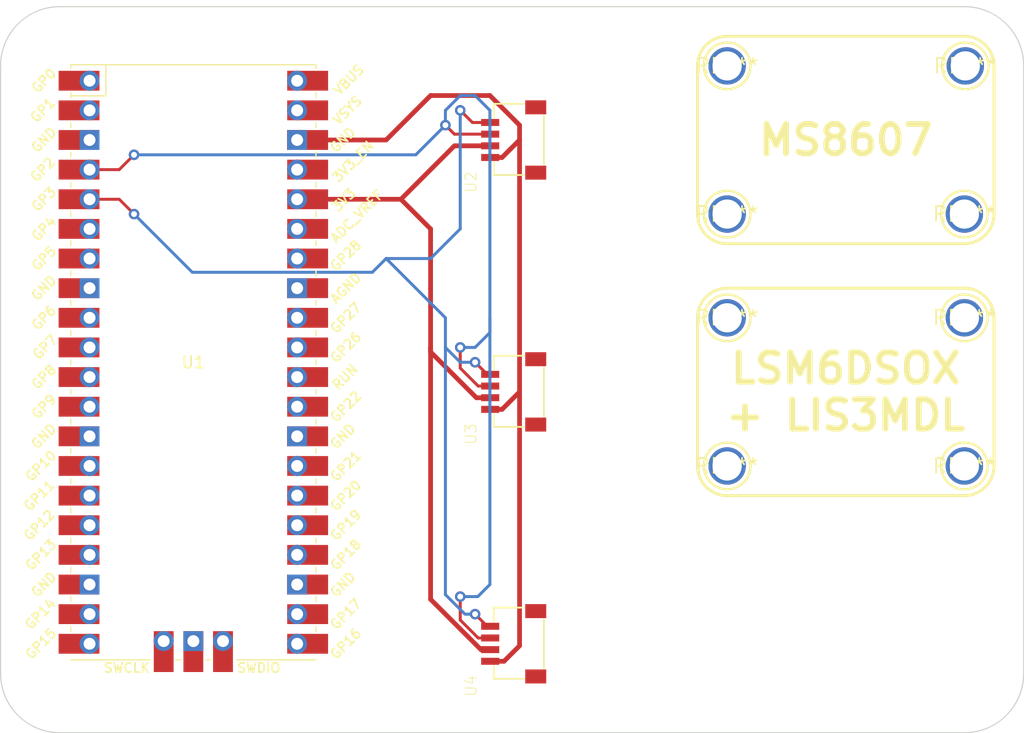
<source format=kicad_pcb>
(kicad_pcb (version 20211014) (generator pcbnew)
  (layers (0 "F.Cu" signal) (31 "B.Cu" signal) (34 "B.Paste" user) (35 "F.Paste" user) (36 "B.SilkS" user "B.Silkscreen") (37 "F.SilkS" user "F.Silkscreen") (38 "B.Mask" user) (39 "F.Mask" user) (44 "Edge.Cuts" user))
  (net 0 "")
  (net 4 "/SDA")
  (net 5 "/SCL")
  (net 36 "+3.3V")
  (net 38 "GND")
  (footprint "Adafruit MS8607:MOUNTINGHOLE_2.5_PLATED" (layer "F.Cu") (at 127 100.33)
    (fp_text reference "REF**" (at 0 0) (layer "F.SilkS") (effects (font (size 1.27 1.27))))
    (fp_text value "")
    (fp_circle (center 0 0) (end 2 0) (layer "F.SilkS") (width 0.2032) (fill none))
    (pad "P$1" thru_hole circle (at 0 0) (size 3.2 3.2) (drill 2.5) (layers F&B.Cu *.Mask))
  )
  (footprint "MCU_RaspberryPi_and_Boards:RPi_Pico_SMD_TH" (layer "F.Cu") (at 81.28 91.44)
    (fp_text reference "U1" (at 0 0) (layer "F.SilkS"))
    (fp_text value "Pico")
    (fp_text user "GP4" (at -12.8 -11.43 45) (layer "F.SilkS") (effects (font (size 0.8 0.8))))
    (fp_text user "AGND" (at 13.054 -6.35 45) (layer "F.SilkS") (effects (font (size 0.8 0.8))))
    (fp_text user "GP28" (at 13.054 -9.144 45) (layer "F.SilkS") (effects (font (size 0.8 0.8))))
    (fp_text user "GP14" (at -13.1 21.59 45) (layer "F.SilkS") (effects (font (size 0.8 0.8))))
    (fp_text user "GP0" (at -12.8 -24.13 45) (layer "F.SilkS") (effects (font (size 0.8 0.8))))
    (fp_text user "GND" (at -12.8 19.05 45) (layer "F.SilkS") (effects (font (size 0.8 0.8))))
    (fp_text user "3V3_EN" (at 13.7 -17.2 45) (layer "F.SilkS") (effects (font (size 0.8 0.8))))
    (fp_text user "GP11" (at -13.2 11.43 45) (layer "F.SilkS") (effects (font (size 0.8 0.8))))
    (fp_text user "GP13" (at -13.054 16.51 45) (layer "F.SilkS") (effects (font (size 0.8 0.8))))
    (fp_text user "RUN" (at 13 1.27 45) (layer "F.SilkS") (effects (font (size 0.8 0.8))))
    (fp_text user "GP18" (at 13.054 16.51 45) (layer "F.SilkS") (effects (font (size 0.8 0.8))))
    (fp_text user "GP20" (at 13.054 11.43 45) (layer "F.SilkS") (effects (font (size 0.8 0.8))))
    (fp_text user "SWDIO" (at 5.6 26.2) (layer "F.SilkS") (effects (font (size 0.8 0.8))))
    (fp_text user "GP10" (at -13.054 8.89 45) (layer "F.SilkS") (effects (font (size 0.8 0.8))))
    (fp_text user "VBUS" (at 13.3 -24.2 45) (layer "F.SilkS") (effects (font (size 0.8 0.8))))
    (fp_text user "GND" (at 12.8 19.05 45) (layer "F.SilkS") (effects (font (size 0.8 0.8))))
    (fp_text user "GP6" (at -12.8 -3.81 45) (layer "F.SilkS") (effects (font (size 0.8 0.8))))
    (fp_text user "GP7" (at -12.7 -1.3 45) (layer "F.SilkS") (effects (font (size 0.8 0.8))))
    (fp_text user "GP9" (at -12.8 3.81 45) (layer "F.SilkS") (effects (font (size 0.8 0.8))))
    (fp_text user "GND" (at -12.8 6.35 45) (layer "F.SilkS") (effects (font (size 0.8 0.8))))
    (fp_text user "GP26" (at 13.054 -1.27 45) (layer "F.SilkS") (effects (font (size 0.8 0.8))))
    (fp_text user "GP22" (at 13.054 3.81 45) (layer "F.SilkS") (effects (font (size 0.8 0.8))))
    (fp_text user "ADC_VREF" (at 14 -12.5 45) (layer "F.SilkS") (effects (font (size 0.8 0.8))))
    (fp_text user "GP27" (at 13.054 -3.8 45) (layer "F.SilkS") (effects (font (size 0.8 0.8))))
    (fp_text user "GP19" (at 13.054 13.97 45) (layer "F.SilkS") (effects (font (size 0.8 0.8))))
    (fp_text user "GP2" (at -12.9 -16.51 45) (layer "F.SilkS") (effects (font (size 0.8 0.8))))
    (fp_text user "GND" (at 12.8 -19.05 45) (layer "F.SilkS") (effects (font (size 0.8 0.8))))
    (fp_text user "3V3" (at 12.9 -13.9 45) (layer "F.SilkS") (effects (font (size 0.8 0.8))))
    (fp_text user "GP16" (at 13.054 24.13 45) (layer "F.SilkS") (effects (font (size 0.8 0.8))))
    (fp_text user "GP15" (at -13.054 24.13 45) (layer "F.SilkS") (effects (font (size 0.8 0.8))))
    (fp_text user "VSYS" (at 13.2 -21.59 45) (layer "F.SilkS") (effects (font (size 0.8 0.8))))
    (fp_text user "GP17" (at 13.054 21.59 45) (layer "F.SilkS") (effects (font (size 0.8 0.8))))
    (fp_text user "GP3" (at -12.8 -13.97 45) (layer "F.SilkS") (effects (font (size 0.8 0.8))))
    (fp_text user "GND" (at 12.8 6.35 45) (layer "F.SilkS") (effects (font (size 0.8 0.8))))
    (fp_text user "GND" (at -12.8 -19.05 45) (layer "F.SilkS") (effects (font (size 0.8 0.8))))
    (fp_text user "GP12" (at -13.2 13.97 45) (layer "F.SilkS") (effects (font (size 0.8 0.8))))
    (fp_text user "GP1" (at -12.9 -21.6 45) (layer "F.SilkS") (effects (font (size 0.8 0.8))))
    (fp_text user "GP5" (at -12.8 -8.89 45) (layer "F.SilkS") (effects (font (size 0.8 0.8))))
    (fp_text user "GP8" (at -12.8 1.27 45) (layer "F.SilkS") (effects (font (size 0.8 0.8))))
    (fp_text user "SWCLK" (at -5.7 26.2) (layer "F.SilkS") (effects (font (size 0.8 0.8))))
    (fp_text user "GP21" (at 13.054 8.9 45) (layer "F.SilkS") (effects (font (size 0.8 0.8))))
    (fp_text user "GND" (at -12.8 -6.35 45) (layer "F.SilkS") (effects (font (size 0.8 0.8))))
    (fp_line (start -10.5 -12.9) (end -10.5 -12.5) (layer "F.SilkS") (width 0.12))
    (fp_line (start 1.1 25.5) (end 1.5 25.5) (layer "F.SilkS") (width 0.12))
    (fp_line (start 10.5 -0.2) (end 10.5 0.2) (layer "F.SilkS") (width 0.12))
    (fp_line (start -10.5 -25.5) (end 10.5 -25.5) (layer "F.SilkS") (width 0.12))
    (fp_line (start 10.5 -5.3) (end 10.5 -4.9) (layer "F.SilkS") (width 0.12))
    (fp_line (start -10.5 -15.4) (end -10.5 -15) (layer "F.SilkS") (width 0.12))
    (fp_line (start 10.5 12.5) (end 10.5 12.9) (layer "F.SilkS") (width 0.12))
    (fp_line (start -10.5 4.9) (end -10.5 5.3) (layer "F.SilkS") (width 0.12))
    (fp_line (start -10.5 -25.5) (end -10.5 -25.2) (layer "F.SilkS") (width 0.12))
    (fp_line (start 10.5 -7.8) (end 10.5 -7.4) (layer "F.SilkS") (width 0.12))
    (fp_line (start -1.5 25.5) (end -1.1 25.5) (layer "F.SilkS") (width 0.12))
    (fp_line (start -10.5 -2.7) (end -10.5 -2.3) (layer "F.SilkS") (width 0.12))
    (fp_line (start 10.5 22.7) (end 10.5 23.1) (layer "F.SilkS") (width 0.12))
    (fp_line (start 10.5 -20.5) (end 10.5 -20.1) (layer "F.SilkS") (width 0.12))
    (fp_line (start -10.5 10) (end -10.5 10.4) (layer "F.SilkS") (width 0.12))
    (fp_line (start 10.5 -10.4) (end 10.5 -10) (layer "F.SilkS") (width 0.12))
    (fp_line (start -10.5 -20.5) (end -10.5 -20.1) (layer "F.SilkS") (width 0.12))
    (fp_line (start -7.493 -22.833) (end -7.493 -25.5) (layer "F.SilkS") (width 0.12))
    (fp_line (start 10.5 10) (end 10.5 10.4) (layer "F.SilkS") (width 0.12))
    (fp_line (start 10.5 2.3) (end 10.5 2.7) (layer "F.SilkS") (width 0.12))
    (fp_line (start -3.7 25.5) (end -10.5 25.5) (layer "F.SilkS") (width 0.12))
    (fp_line (start 10.5 15.1) (end 10.5 15.5) (layer "F.SilkS") (width 0.12))
    (fp_line (start 10.5 7.4) (end 10.5 7.8) (layer "F.SilkS") (width 0.12))
    (fp_line (start -10.5 2.3) (end -10.5 2.7) (layer "F.SilkS") (width 0.12))
    (fp_line (start -10.5 20.1) (end -10.5 20.5) (layer "F.SilkS") (width 0.12))
    (fp_line (start -10.5 -18) (end -10.5 -17.6) (layer "F.SilkS") (width 0.12))
    (fp_line (start -10.5 -5.3) (end -10.5 -4.9) (layer "F.SilkS") (width 0.12))
    (fp_line (start 10.5 25.5) (end 3.7 25.5) (layer "F.SilkS") (width 0.12))
    (fp_line (start -10.5 7.4) (end -10.5 7.8) (layer "F.SilkS") (width 0.12))
    (fp_line (start 10.5 -23.1) (end 10.5 -22.7) (layer "F.SilkS") (width 0.12))
    (fp_line (start -10.5 15.1) (end -10.5 15.5) (layer "F.SilkS") (width 0.12))
    (fp_line (start -10.5 -22.833) (end -7.493 -22.833) (layer "F.SilkS") (width 0.12))
    (fp_line (start 10.5 4.9) (end 10.5 5.3) (layer "F.SilkS") (width 0.12))
    (fp_line (start -10.5 -7.8) (end -10.5 -7.4) (layer "F.SilkS") (width 0.12))
    (fp_line (start -10.5 -23.1) (end -10.5 -22.7) (layer "F.SilkS") (width 0.12))
    (fp_line (start 10.5 17.6) (end 10.5 18) (layer "F.SilkS") (width 0.12))
    (fp_line (start 10.5 -2.7) (end 10.5 -2.3) (layer "F.SilkS") (width 0.12))
    (fp_line (start 10.5 -25.5) (end 10.5 -25.2) (layer "F.SilkS") (width 0.12))
    (fp_line (start -10.5 22.7) (end -10.5 23.1) (layer "F.SilkS") (width 0.12))
    (fp_line (start 10.5 -15.4) (end 10.5 -15) (layer "F.SilkS") (width 0.12))
    (fp_line (start -10.5 12.5) (end -10.5 12.9) (layer "F.SilkS") (width 0.12))
    (fp_line (start 10.5 -18) (end 10.5 -17.6) (layer "F.SilkS") (width 0.12))
    (fp_line (start 10.5 20.1) (end 10.5 20.5) (layer "F.SilkS") (width 0.12))
    (fp_line (start -10.5 -10.4) (end -10.5 -10) (layer "F.SilkS") (width 0.12))
    (fp_line (start -10.5 17.6) (end -10.5 18) (layer "F.SilkS") (width 0.12))
    (fp_line (start -10.5 -0.2) (end -10.5 0.2) (layer "F.SilkS") (width 0.12))
    (fp_line (start 10.5 -12.9) (end 10.5 -12.5) (layer "F.SilkS") (width 0.12))
    (pad "" np_thru_hole oval (at 2.725 -24) (size 1.8 1.8) (drill 1.8) (layers *.Cu *.Mask))
    (pad "" np_thru_hole oval (at -2.425 -20.97) (size 1.5 1.5) (drill 1.5) (layers *.Cu *.Mask))
    (pad "" np_thru_hole oval (at -2.725 -24) (size 1.8 1.8) (drill 1.8) (layers *.Cu *.Mask))
    (pad "" np_thru_hole oval (at 2.425 -20.97) (size 1.5 1.5) (drill 1.5) (layers *.Cu *.Mask))
    (pad "1" smd rect (at -8.89 -24.13) (size 3.5 1.7) (drill (offset -0.9 0)) (layers "F.Cu" "F.Mask"))
    (pad "1" thru_hole oval (at -8.89 -24.13) (size 1.7 1.7) (drill 1.02) (layers *.Cu *.Mask))
    (pad "2" smd rect (at -8.89 -21.59) (size 3.5 1.7) (drill (offset -0.9 0)) (layers "F.Cu" "F.Mask"))
    (pad "2" thru_hole oval (at -8.89 -21.59) (size 1.7 1.7) (drill 1.02) (layers *.Cu *.Mask))
    (pad "3" thru_hole rect (at -8.89 -19.05) (size 1.7 1.7) (drill 1.02) (layers *.Cu *.Mask))
    (pad "3" smd rect (at -8.89 -19.05) (size 3.5 1.7) (drill (offset -0.9 0)) (layers "F.Cu" "F.Mask"))
    (pad "4" thru_hole oval (at -8.89 -16.51) (size 1.7 1.7) (drill 1.02) (layers *.Cu *.Mask) (net 4 "/SDA"))
    (pad "4" smd rect (at -8.89 -16.51) (size 3.5 1.7) (drill (offset -0.9 0)) (layers "F.Cu" "F.Mask") (net 4 "/SDA"))
    (pad "5" thru_hole oval (at -8.89 -13.97) (size 1.7 1.7) (drill 1.02) (layers *.Cu *.Mask) (net 5 "/SCL"))
    (pad "5" smd rect (at -8.89 -13.97) (size 3.5 1.7) (drill (offset -0.9 0)) (layers "F.Cu" "F.Mask") (net 5 "/SCL"))
    (pad "6" thru_hole oval (at -8.89 -11.43) (size 1.7 1.7) (drill 1.02) (layers *.Cu *.Mask))
    (pad "6" smd rect (at -8.89 -11.43) (size 3.5 1.7) (drill (offset -0.9 0)) (layers "F.Cu" "F.Mask"))
    (pad "7" smd rect (at -8.89 -8.89) (size 3.5 1.7) (drill (offset -0.9 0)) (layers "F.Cu" "F.Mask"))
    (pad "7" thru_hole oval (at -8.89 -8.89) (size 1.7 1.7) (drill 1.02) (layers *.Cu *.Mask))
    (pad "8" smd rect (at -8.89 -6.35) (size 3.5 1.7) (drill (offset -0.9 0)) (layers "F.Cu" "F.Mask"))
    (pad "8" thru_hole rect (at -8.89 -6.35) (size 1.7 1.7) (drill 1.02) (layers *.Cu *.Mask))
    (pad "9" thru_hole oval (at -8.89 -3.81) (size 1.7 1.7) (drill 1.02) (layers *.Cu *.Mask))
    (pad "9" smd rect (at -8.89 -3.81) (size 3.5 1.7) (drill (offset -0.9 0)) (layers "F.Cu" "F.Mask"))
    (pad "10" thru_hole oval (at -8.89 -1.27) (size 1.7 1.7) (drill 1.02) (layers *.Cu *.Mask))
    (pad "10" smd rect (at -8.89 -1.27) (size 3.5 1.7) (drill (offset -0.9 0)) (layers "F.Cu" "F.Mask"))
    (pad "11" smd rect (at -8.89 1.27) (size 3.5 1.7) (drill (offset -0.9 0)) (layers "F.Cu" "F.Mask"))
    (pad "11" thru_hole oval (at -8.89 1.27) (size 1.7 1.7) (drill 1.02) (layers *.Cu *.Mask))
    (pad "12" thru_hole oval (at -8.89 3.81) (size 1.7 1.7) (drill 1.02) (layers *.Cu *.Mask))
    (pad "12" smd rect (at -8.89 3.81) (size 3.5 1.7) (drill (offset -0.9 0)) (layers "F.Cu" "F.Mask"))
    (pad "13" smd rect (at -8.89 6.35) (size 3.5 1.7) (drill (offset -0.9 0)) (layers "F.Cu" "F.Mask"))
    (pad "13" thru_hole rect (at -8.89 6.35) (size 1.7 1.7) (drill 1.02) (layers *.Cu *.Mask))
    (pad "14" smd rect (at -8.89 8.89) (size 3.5 1.7) (drill (offset -0.9 0)) (layers "F.Cu" "F.Mask"))
    (pad "14" thru_hole oval (at -8.89 8.89) (size 1.7 1.7) (drill 1.02) (layers *.Cu *.Mask))
    (pad "15" smd rect (at -8.89 11.43) (size 3.5 1.7) (drill (offset -0.9 0)) (layers "F.Cu" "F.Mask"))
    (pad "15" thru_hole oval (at -8.89 11.43) (size 1.7 1.7) (drill 1.02) (layers *.Cu *.Mask))
    (pad "16" thru_hole oval (at -8.89 13.97) (size 1.7 1.7) (drill 1.02) (layers *.Cu *.Mask))
    (pad "16" smd rect (at -8.89 13.97) (size 3.5 1.7) (drill (offset -0.9 0)) (layers "F.Cu" "F.Mask"))
    (pad "17" thru_hole oval (at -8.89 16.51) (size 1.7 1.7) (drill 1.02) (layers *.Cu *.Mask))
    (pad "17" smd rect (at -8.89 16.51) (size 3.5 1.7) (drill (offset -0.9 0)) (layers "F.Cu" "F.Mask"))
    (pad "18" smd rect (at -8.89 19.05) (size 3.5 1.7) (drill (offset -0.9 0)) (layers "F.Cu" "F.Mask"))
    (pad "18" thru_hole rect (at -8.89 19.05) (size 1.7 1.7) (drill 1.02) (layers *.Cu *.Mask))
    (pad "19" thru_hole oval (at -8.89 21.59) (size 1.7 1.7) (drill 1.02) (layers *.Cu *.Mask))
    (pad "19" smd rect (at -8.89 21.59) (size 3.5 1.7) (drill (offset -0.9 0)) (layers "F.Cu" "F.Mask"))
    (pad "20" thru_hole oval (at -8.89 24.13) (size 1.7 1.7) (drill 1.02) (layers *.Cu *.Mask))
    (pad "20" smd rect (at -8.89 24.13) (size 3.5 1.7) (drill (offset -0.9 0)) (layers "F.Cu" "F.Mask"))
    (pad "21" smd rect (at 8.89 24.13) (size 3.5 1.7) (drill (offset 0.9 0)) (layers "F.Cu" "F.Mask"))
    (pad "21" thru_hole oval (at 8.89 24.13) (size 1.7 1.7) (drill 1.02) (layers *.Cu *.Mask))
    (pad "22" thru_hole oval (at 8.89 21.59) (size 1.7 1.7) (drill 1.02) (layers *.Cu *.Mask))
    (pad "22" smd rect (at 8.89 21.59) (size 3.5 1.7) (drill (offset 0.9 0)) (layers "F.Cu" "F.Mask"))
    (pad "23" thru_hole rect (at 8.89 19.05) (size 1.7 1.7) (drill 1.02) (layers *.Cu *.Mask))
    (pad "23" smd rect (at 8.89 19.05) (size 3.5 1.7) (drill (offset 0.9 0)) (layers "F.Cu" "F.Mask"))
    (pad "24" thru_hole oval (at 8.89 16.51) (size 1.7 1.7) (drill 1.02) (layers *.Cu *.Mask))
    (pad "24" smd rect (at 8.89 16.51) (size 3.5 1.7) (drill (offset 0.9 0)) (layers "F.Cu" "F.Mask"))
    (pad "25" thru_hole oval (at 8.89 13.97) (size 1.7 1.7) (drill 1.02) (layers *.Cu *.Mask))
    (pad "25" smd rect (at 8.89 13.97) (size 3.5 1.7) (drill (offset 0.9 0)) (layers "F.Cu" "F.Mask"))
    (pad "26" smd rect (at 8.89 11.43) (size 3.5 1.7) (drill (offset 0.9 0)) (layers "F.Cu" "F.Mask"))
    (pad "26" thru_hole oval (at 8.89 11.43) (size 1.7 1.7) (drill 1.02) (layers *.Cu *.Mask))
    (pad "27" smd rect (at 8.89 8.89) (size 3.5 1.7) (drill (offset 0.9 0)) (layers "F.Cu" "F.Mask"))
    (pad "27" thru_hole oval (at 8.89 8.89) (size 1.7 1.7) (drill 1.02) (layers *.Cu *.Mask))
    (pad "28" thru_hole rect (at 8.89 6.35) (size 1.7 1.7) (drill 1.02) (layers *.Cu *.Mask))
    (pad "28" smd rect (at 8.89 6.35) (size 3.5 1.7) (drill (offset 0.9 0)) (layers "F.Cu" "F.Mask"))
    (pad "29" thru_hole oval (at 8.89 3.81) (size 1.7 1.7) (drill 1.02) (layers *.Cu *.Mask))
    (pad "29" smd rect (at 8.89 3.81) (size 3.5 1.7) (drill (offset 0.9 0)) (layers "F.Cu" "F.Mask"))
    (pad "30" thru_hole oval (at 8.89 1.27) (size 1.7 1.7) (drill 1.02) (layers *.Cu *.Mask))
    (pad "30" smd rect (at 8.89 1.27) (size 3.5 1.7) (drill (offset 0.9 0)) (layers "F.Cu" "F.Mask"))
    (pad "31" smd rect (at 8.89 -1.27) (size 3.5 1.7) (drill (offset 0.9 0)) (layers "F.Cu" "F.Mask"))
    (pad "31" thru_hole oval (at 8.89 -1.27) (size 1.7 1.7) (drill 1.02) (layers *.Cu *.Mask))
    (pad "32" thru_hole oval (at 8.89 -3.81) (size 1.7 1.7) (drill 1.02) (layers *.Cu *.Mask))
    (pad "32" smd rect (at 8.89 -3.81) (size 3.5 1.7) (drill (offset 0.9 0)) (layers "F.Cu" "F.Mask"))
    (pad "33" smd rect (at 8.89 -6.35) (size 3.5 1.7) (drill (offset 0.9 0)) (layers "F.Cu" "F.Mask"))
    (pad "33" thru_hole rect (at 8.89 -6.35) (size 1.7 1.7) (drill 1.02) (layers *.Cu *.Mask))
    (pad "34" smd rect (at 8.89 -8.89) (size 3.5 1.7) (drill (offset 0.9 0)) (layers "F.Cu" "F.Mask"))
    (pad "34" thru_hole oval (at 8.89 -8.89) (size 1.7 1.7) (drill 1.02) (layers *.Cu *.Mask))
    (pad "35" thru_hole oval (at 8.89 -11.43) (size 1.7 1.7) (drill 1.02) (layers *.Cu *.Mask))
    (pad "35" smd rect (at 8.89 -11.43) (size 3.5 1.7) (drill (offset 0.9 0)) (layers "F.Cu" "F.Mask"))
    (pad "36" thru_hole oval (at 8.89 -13.97) (size 1.7 1.7) (drill 1.02) (layers *.Cu *.Mask) (net 36 "+3.3V"))
    (pad "36" smd rect (at 8.89 -13.97) (size 3.5 1.7) (drill (offset 0.9 0)) (layers "F.Cu" "F.Mask") (net 36 "+3.3V"))
    (pad "37" smd rect (at 8.89 -16.51) (size 3.5 1.7) (drill (offset 0.9 0)) (layers "F.Cu" "F.Mask"))
    (pad "37" thru_hole oval (at 8.89 -16.51) (size 1.7 1.7) (drill 1.02) (layers *.Cu *.Mask))
    (pad "38" smd rect (at 8.89 -19.05) (size 3.5 1.7) (drill (offset 0.9 0)) (layers "F.Cu" "F.Mask") (net 38 "GND"))
    (pad "38" thru_hole rect (at 8.89 -19.05) (size 1.7 1.7) (drill 1.02) (layers *.Cu *.Mask) (net 38 "GND"))
    (pad "39" smd rect (at 8.89 -21.59) (size 3.5 1.7) (drill (offset 0.9 0)) (layers "F.Cu" "F.Mask"))
    (pad "39" thru_hole oval (at 8.89 -21.59) (size 1.7 1.7) (drill 1.02) (layers *.Cu *.Mask))
    (pad "40" thru_hole oval (at 8.89 -24.13) (size 1.7 1.7) (drill 1.02) (layers *.Cu *.Mask))
    (pad "40" smd rect (at 8.89 -24.13) (size 3.5 1.7) (drill (offset 0.9 0)) (layers "F.Cu" "F.Mask"))
    (pad "41" smd rect (at -2.54 23.9 90) (size 3.5 1.7) (drill (offset -0.9 0)) (layers "F.Cu" "F.Mask"))
    (pad "41" thru_hole oval (at -2.54 23.9) (size 1.7 1.7) (drill 1.02) (layers *.Cu *.Mask))
    (pad "42" thru_hole rect (at 0 23.9) (size 1.7 1.7) (drill 1.02) (layers *.Cu *.Mask))
    (pad "42" smd rect (at 0 23.9 90) (size 3.5 1.7) (drill (offset -0.9 0)) (layers "F.Cu" "F.Mask"))
    (pad "43" smd rect (at 2.54 23.9 90) (size 3.5 1.7) (drill (offset -0.9 0)) (layers "F.Cu" "F.Mask"))
    (pad "43" thru_hole oval (at 2.54 23.9) (size 1.7 1.7) (drill 1.02) (layers *.Cu *.Mask))
  )
  (footprint "Adafruit MS8607:MOUNTINGHOLE_2.5_PLATED" (layer "F.Cu") (at 127 66.04)
    (fp_text reference "REF**" (at 0 0) (layer "F.SilkS") (effects (font (size 1.27 1.27))))
    (fp_text value "")
    (fp_circle (center 0 0) (end 2 0) (layer "F.SilkS") (width 0.2032) (fill none))
    (pad "P$1" thru_hole circle (at 0 0) (size 3.2 3.2) (drill 2.5) (layers *.Cu *.Mask))
  )
  (footprint "Adafruit MS8607:MOUNTINGHOLE_2.5_PLATED" (layer "F.Cu") (at 127 87.63)
    (fp_text reference "REF**" (at 0 0) (layer "F.SilkS") (effects (font (size 1.27 1.27))))
    (fp_text value "")
    (fp_circle (center 0 0) (end 2 0) (layer "F.SilkS") (width 0.2032) (fill none))
    (pad "P$1" thru_hole circle (at 0 0) (size 3.2 3.2) (drill 2.5) (layers F&B.Cu *.Mask))
  )
  (footprint "Adafruit MS8607:MOUNTINGHOLE_2.5_PLATED" (layer "F.Cu") (at 147.32 78.74)
    (fp_text reference "REF**" (at 0 0) (layer "F.SilkS") (effects (font (size 1.27 1.27))))
    (fp_text value "")
    (fp_circle (center 0 0) (end 2 0) (layer "F.SilkS") (width 0.2032) (fill none))
    (pad "P$1" thru_hole circle (at 0 0) (size 3.2 3.2) (drill 2.5) (layers *.Cu *.Mask))
  )
  (footprint "Adafruit MS8607:JST_SH4" (layer "F.Cu") (at 109.22 115.57 90)
    (fp_text reference "U4" (at -4.6 -3.614 90) (layer "F.SilkS") (effects (font (size 0.93472 0.93472) (thickness 0.08128)) (justify left bottom)))
    (fp_text value "STEMMA")
    (fp_line (start -3 -2.214) (end -1.9 -2.214) (layer "F.SilkS") (width 0.1524))
    (fp_line (start -3 0.386) (end -3 -2.214) (layer "F.SilkS") (width 0.1524))
    (fp_line (start -2.1 2.086) (end 2.1 2.086) (layer "F.SilkS") (width 0.1524))
    (fp_line (start 1.9 -2.214) (end 3.1 -2.214) (layer "F.SilkS") (width 0.1524))
    (fp_line (start 3.1 -2.214) (end 3.1 0.386) (layer "F.SilkS") (width 0.1524))
    (pad "1" smd rect (at -1.5 -2.514 180) (size 1.55 0.6) (layers "F.Cu" "F.Paste" "F.Mask") (net 38 "GND"))
    (pad "2" smd rect (at -0.5 -2.514 180) (size 1.55 0.6) (layers "F.Cu" "F.Paste" "F.Mask") (net 36 "+3.3V"))
    (pad "3" smd rect (at 0.5 -2.514 180) (size 1.55 0.6) (layers "F.Cu" "F.Paste" "F.Mask") (net 4 "/SDA"))
    (pad "4" smd rect (at 1.5 -2.514 180) (size 1.55 0.6) (layers "F.Cu" "F.Paste" "F.Mask") (net 5 "/SCL"))
    (pad "MT1" smd rect (at -2.8 1.386 180) (size 1.8 1.2) (layers "F.Cu" "F.Paste" "F.Mask") (net 38 "GND"))
    (pad "MT2" smd rect (at 2.8 1.386 180) (size 1.8 1.2) (layers "F.Cu" "F.Paste" "F.Mask") (net 38 "GND"))
  )
  (footprint "Adafruit MS8607:JST_SH4" (layer "F.Cu") (at 109.22 72.39 90)
    (fp_text reference "U2" (at -4.6 -3.614 90) (layer "F.SilkS") (effects (font (size 0.93472 0.93472) (thickness 0.08128)) (justify left bottom)))
    (fp_text value "STEMMA")
    (fp_line (start -2.1 2.086) (end 2.1 2.086) (layer "F.SilkS") (width 0.1524))
    (fp_line (start -3 0.386) (end -3 -2.214) (layer "F.SilkS") (width 0.1524))
    (fp_line (start 1.9 -2.214) (end 3.1 -2.214) (layer "F.SilkS") (width 0.1524))
    (fp_line (start -3 -2.214) (end -1.9 -2.214) (layer "F.SilkS") (width 0.1524))
    (fp_line (start 3.1 -2.214) (end 3.1 0.386) (layer "F.SilkS") (width 0.1524))
    (pad "1" smd rect (at -1.5 -2.514 180) (size 1.55 0.6) (layers "F.Cu" "F.Paste" "F.Mask") (net 38 "GND"))
    (pad "2" smd rect (at -0.5 -2.514 180) (size 1.55 0.6) (layers "F.Cu" "F.Paste" "F.Mask") (net 36 "+3.3V"))
    (pad "3" smd rect (at 0.5 -2.514 180) (size 1.55 0.6) (layers "F.Cu" "F.Paste" "F.Mask") (net 4 "/SDA"))
    (pad "4" smd rect (at 1.5 -2.514 180) (size 1.55 0.6) (layers "F.Cu" "F.Paste" "F.Mask") (net 5 "/SCL"))
    (pad "MT1" smd rect (at -2.8 1.386 180) (size 1.8 1.2) (layers "F.Cu" "F.Paste" "F.Mask") (net 38 "GND"))
    (pad "MT2" smd rect (at 2.8 1.386 180) (size 1.8 1.2) (layers "F.Cu" "F.Paste" "F.Mask") (net 38 "GND"))
  )
  (footprint "Adafruit MS8607:MOUNTINGHOLE_2.5_PLATED" (layer "F.Cu") (at 147.32 87.63)
    (fp_text reference "REF**" (at 0 0) (layer "F.SilkS") (effects (font (size 1.27 1.27))))
    (fp_text value "")
    (fp_circle (center 0 0) (end 2 0) (layer "F.SilkS") (width 0.2032) (fill none))
    (pad "P$1" thru_hole circle (at 0 0) (size 3.2 3.2) (drill 2.5) (layers F&B.Cu *.Mask))
  )
  (footprint "Adafruit MS8607:MOUNTINGHOLE_2.5_PLATED" (layer "F.Cu") (at 147.4 66.04)
    (fp_text reference "REF**" (at 0 0) (layer "F.SilkS") (effects (font (size 1.27 1.27))))
    (fp_text value "")
    (fp_circle (center 0 0) (end 2 0) (layer "F.SilkS") (width 0.2032) (fill none))
    (pad "P$1" thru_hole circle (at 0 0) (size 3.2 3.2) (drill 2.5) (layers *.Cu *.Mask))
  )
  (footprint "Adafruit MS8607:JST_SH4" (layer "F.Cu") (at 109.22 93.98 90)
    (fp_text reference "U3" (at -4.6 -3.614 90) (layer "F.SilkS") (effects (font (size 0.93472 0.93472) (thickness 0.08128)) (justify left bottom)))
    (fp_text value "STEMMA")
    (fp_line (start 1.9 -2.214) (end 3.1 -2.214) (layer "F.SilkS") (width 0.1524))
    (fp_line (start 3.1 -2.214) (end 3.1 0.386) (layer "F.SilkS") (width 0.1524))
    (fp_line (start -3 0.386) (end -3 -2.214) (layer "F.SilkS") (width 0.1524))
    (fp_line (start -2.1 2.086) (end 2.1 2.086) (layer "F.SilkS") (width 0.1524))
    (fp_line (start -3 -2.214) (end -1.9 -2.214) (layer "F.SilkS") (width 0.1524))
    (pad "1" smd rect (at -1.5 -2.514 180) (size 1.55 0.6) (layers "F.Cu" "F.Paste" "F.Mask") (net 38 "GND"))
    (pad "2" smd rect (at -0.5 -2.514 180) (size 1.55 0.6) (layers "F.Cu" "F.Paste" "F.Mask") (net 36 "+3.3V"))
    (pad "3" smd rect (at 0.5 -2.514 180) (size 1.55 0.6) (layers "F.Cu" "F.Paste" "F.Mask") (net 4 "/SDA"))
    (pad "4" smd rect (at 1.5 -2.514 180) (size 1.55 0.6) (layers "F.Cu" "F.Paste" "F.Mask") (net 5 "/SCL"))
    (pad "MT1" smd rect (at -2.8 1.386 180) (size 1.8 1.2) (layers "F.Cu" "F.Paste" "F.Mask") (net 38 "GND"))
    (pad "MT2" smd rect (at 2.8 1.386 180) (size 1.8 1.2) (layers "F.Cu" "F.Paste" "F.Mask") (net 38 "GND"))
  )
  (footprint "Adafruit MS8607:MOUNTINGHOLE_2.5_PLATED" (layer "F.Cu") (at 147.32 100.33)
    (fp_text reference "REF**" (at 0 0) (layer "F.SilkS") (effects (font (size 1.27 1.27))))
    (fp_text value "")
    (fp_circle (center 0 0) (end 2 0) (layer "F.SilkS") (width 0.2032) (fill none))
    (pad "P$1" thru_hole circle (at 0 0) (size 3.2 3.2) (drill 2.5) (layers F&B.Cu *.Mask))
  )
  (footprint "Adafruit MS8607:MOUNTINGHOLE_2.5_PLATED" (layer "F.Cu") (at 127 78.74)
    (fp_text reference "REF**" (at 0 0) (layer "F.SilkS") (effects (font (size 1.27 1.27))))
    (fp_text value "")
    (fp_circle (center 0 0) (end 2 0) (layer "F.SilkS") (width 0.2032) (fill none))
    (pad "P$1" thru_hole circle (at 0 0) (size 3.2 3.2) (drill 2.5) (layers *.Cu *.Mask))
  )
  (gr_line (start 127 102.87) (end 147.32 102.87) (layer "F.SilkS") (width 0.25))
  (gr_line (start 127 85.09) (end 147.32 85.09) (layer "F.SilkS") (width 0.25))
  (gr_arc (start 127 102.87) (mid 125.203949 102.126051) (end 124.46 100.33) (layer "F.SilkS") (width 0.25))
  (gr_arc (start 149.86 100.33) (mid 149.116051 102.126051) (end 147.32 102.87) (layer "F.SilkS") (width 0.25))
  (gr_arc (start 147.32 63.5) (mid 149.116051 64.243949) (end 149.86 66.04) (layer "F.SilkS") (width 0.25))
  (gr_arc (start 149.86 78.74) (mid 149.116051 80.536051) (end 147.32 81.28) (layer "F.SilkS") (width 0.25))
  (gr_arc (start 124.46 87.63) (mid 125.203949 85.833949) (end 127 85.09) (layer "F.SilkS") (width 0.25))
  (gr_line (start 149.86 66.04) (end 149.86 78.74) (layer "F.SilkS") (width 0.25))
  (gr_line (start 127 81.28) (end 147.32 81.28) (layer "F.SilkS") (width 0.25))
  (gr_line (start 149.86 87.63) (end 149.86 100.33) (layer "F.SilkS") (width 0.25))
  (gr_arc (start 127 81.28) (mid 125.203949 80.536051) (end 124.46 78.74) (layer "F.SilkS") (width 0.25))
  (gr_line (start 124.46 66.04) (end 124.46 78.74) (layer "F.SilkS") (width 0.25))
  (gr_arc (start 124.46 66.04) (mid 125.203949 64.243949) (end 127 63.5) (layer "F.SilkS") (width 0.25))
  (gr_arc (start 147.32 85.09) (mid 149.116051 85.833949) (end 149.86 87.63) (layer "F.SilkS") (width 0.25))
  (gr_line (start 124.46 87.63) (end 124.46 100.33) (layer "F.SilkS") (width 0.25))
  (gr_line (start 127 63.5) (end 147.32 63.5) (layer "F.SilkS") (width 0.25))
  (gr_arc (start 69.85 123.19) (mid 66.257898 121.702102) (end 64.77 118.11) (layer "Edge.Cuts") (width 0.1))
  (gr_line (start 152.4 66.04) (end 152.4 118.11) (layer "Edge.Cuts") (width 0.1))
  (gr_line (start 64.77 118.11) (end 64.77 66.04) (layer "Edge.Cuts") (width 0.1))
  (gr_arc (start 152.4 118.11) (mid 150.912102 121.702102) (end 147.32 123.19) (layer "Edge.Cuts") (width 0.1))
  (gr_arc (start 64.77 66.04) (mid 66.257898 62.447898) (end 69.85 60.96) (layer "Edge.Cuts") (width 0.1))
  (gr_line (start 69.85 60.96) (end 147.32 60.96) (layer "Edge.Cuts") (width 0.1))
  (gr_line (start 147.32 123.19) (end 69.85 123.19) (layer "Edge.Cuts") (width 0.1))
  (gr_arc (start 147.32 60.96) (mid 150.912102 62.447898) (end 152.4 66.04) (layer "Edge.Cuts") (width 0.1))
  (gr_text "MS8607" (at 137.16 72.39) (layer "F.SilkS") (effects (font (size 2.5 2.5) (thickness 0.5))))
  (gr_text "LSM6DSOX\n+ LIS3MDL" (at 137.16 93.98) (layer "F.SilkS") (effects (font (size 2.5 2.5) (thickness 0.5))))
  (segment (start 105.677 115.07) (end 104.14 113.533) (width 0.254) (layer "F.Cu") (net 4))
  (segment (start 104.14 113.533) (end 104.14 111.76) (width 0.254) (layer "F.Cu") (net 4))
  (segment (start 105.677 93.48) (end 104.14 91.943) (width 0.254) (layer "F.Cu") (net 4))
  (segment (start 106.706 115.07) (end 105.677 115.07) (width 0.254) (layer "F.Cu") (net 4))
  (segment (start 106.706 93.48) (end 105.677 93.48) (width 0.254) (layer "F.Cu") (net 4))
  (segment (start 104.14 91.943) (end 104.14 90.17) (width 0.254) (layer "F.Cu") (net 4))
  (segment (start 103.64 71.89) (end 102.87 71.12) (width 0.254) (layer "F.Cu") (net 4))
  (segment (start 74.93 74.93) (end 76.2 73.66) (width 0.25) (layer "F.Cu") (net 4))
  (segment (start 72.39 74.93) (end 74.93 74.93) (width 0.25) (layer "F.Cu") (net 4))
  (segment (start 106.706 71.89) (end 103.64 71.89) (width 0.254) (layer "F.Cu") (net 4))
  (via (at 104.14 111.527) (size 0.9054) (drill 0.5) (layers "F.Cu" "B.Cu") (net 4))
  (via (at 76.2 73.66) (size 0.9054) (drill 0.5) (layers "F.Cu" "B.Cu") (net 4))
  (via (at 104.14 90.17) (size 0.9054) (drill 0.5) (layers "F.Cu" "B.Cu") (net 4))
  (via (at 102.87 71.12) (size 0.9054) (drill 0.5) (layers "F.Cu" "B.Cu") (net 4))
  (segment (start 100.33 73.66) (end 76.2 73.66) (width 0.254) (layer "B.Cu") (net 4))
  (segment (start 104.14 68.58) (end 102.87 69.85) (width 0.254) (layer "B.Cu") (net 4))
  (segment (start 102.87 71.12) (end 100.33 73.66) (width 0.254) (layer "B.Cu") (net 4))
  (segment (start 104.14 90.17) (end 105.41 90.17) (width 0.254) (layer "B.Cu") (net 4))
  (segment (start 105.41 90.17) (end 106.68 88.9) (width 0.254) (layer "B.Cu") (net 4))
  (segment (start 104.14 111.527) (end 105.643 111.527) (width 0.254) (layer "B.Cu") (net 4))
  (segment (start 102.87 69.85) (end 102.87 71.12) (width 0.254) (layer "B.Cu") (net 4))
  (segment (start 106.68 110.49) (end 106.68 87.63) (width 0.254) (layer "B.Cu") (net 4))
  (segment (start 106.68 88.9) (end 106.68 87.63) (width 0.254) (layer "B.Cu") (net 4))
  (segment (start 106.68 69.85) (end 105.41 68.58) (width 0.254) (layer "B.Cu") (net 4))
  (segment (start 106.68 87.63) (end 106.68 69.85) (width 0.254) (layer "B.Cu") (net 4))
  (segment (start 105.643 111.527) (end 106.68 110.49) (width 0.254) (layer "B.Cu") (net 4))
  (segment (start 105.41 68.58) (end 104.14 68.58) (width 0.254) (layer "B.Cu") (net 4))
  (segment (start 106.706 114.07) (end 106.45 114.07) (width 0.254) (layer "F.Cu") (net 5))
  (segment (start 106.706 92.48) (end 106.45 92.48) (width 0.254) (layer "F.Cu") (net 5))
  (segment (start 106.706 70.89) (end 105.18 70.89) (width 0.254) (layer "F.Cu") (net 5))
  (segment (start 74.93 77.47) (end 76.2 78.74) (width 0.25) (layer "F.Cu") (net 5))
  (segment (start 106.45 114.07) (end 105.41 113.03) (width 0.254) (layer "F.Cu") (net 5))
  (segment (start 106.45 92.48) (end 105.41 91.44) (width 0.254) (layer "F.Cu") (net 5))
  (segment (start 72.39 77.47) (end 74.93 77.47) (width 0.25) (layer "F.Cu") (net 5))
  (segment (start 105.18 70.89) (end 104.14 69.85) (width 0.254) (layer "F.Cu") (net 5))
  (via (at 105.41 91.44) (size 0.9054) (drill 0.5) (layers "F.Cu" "B.Cu") (net 5))
  (via (at 105.41 113.03) (size 0.9054) (drill 0.5) (layers "F.Cu" "B.Cu") (net 5))
  (via (at 76.2 78.74) (size 0.9054) (drill 0.5) (layers "F.Cu" "B.Cu") (net 5))
  (via (at 104.14 69.85) (size 0.9054) (drill 0.5) (layers "F.Cu" "B.Cu") (net 5))
  (segment (start 104.14 69.85) (end 104.14 80.01) (width 0.254) (layer "B.Cu") (net 5))
  (segment (start 102.87 111.359663) (end 102.87 90.17) (width 0.254) (layer "B.Cu") (net 5))
  (segment (start 76.2 78.74) (end 81.187 83.727) (width 0.254) (layer "B.Cu") (net 5))
  (segment (start 102.87 87.63) (end 102.87 90.17) (width 0.254) (layer "B.Cu") (net 5))
  (segment (start 104.14 91.44) (end 102.87 90.17) (width 0.254) (layer "B.Cu") (net 5))
  (segment (start 101.6 82.55) (end 97.79 82.55) (width 0.254) (layer "B.Cu") (net 5))
  (segment (start 96.613 83.727) (end 97.79 82.55) (width 0.254) (layer "B.Cu") (net 5))
  (segment (start 104.540337 113.03) (end 102.87 111.359663) (width 0.254) (layer "B.Cu") (net 5))
  (segment (start 105.41 91.44) (end 104.14 91.44) (width 0.254) (layer "B.Cu") (net 5))
  (segment (start 105.41 113.03) (end 104.540337 113.03) (width 0.254) (layer "B.Cu") (net 5))
  (segment (start 81.187 83.727) (end 96.613 83.727) (width 0.254) (layer "B.Cu") (net 5))
  (segment (start 97.79 82.55) (end 102.87 87.63) (width 0.254) (layer "B.Cu") (net 5))
  (segment (start 104.14 80.01) (end 101.6 82.55) (width 0.254) (layer "B.Cu") (net 5))
  (segment (start 101.6 111.76) (end 105.91 116.07) (width 0.4064) (layer "F.Cu") (net 36))
  (segment (start 101.6 85.09) (end 101.6 80.01) (width 0.4064) (layer "F.Cu") (net 36))
  (segment (start 101.6 80.01) (end 99.06 77.47) (width 0.4064) (layer "F.Cu") (net 36))
  (segment (start 105.5246 94.48) (end 101.6 90.5554) (width 0.4064) (layer "F.Cu") (net 36))
  (segment (start 106.706 72.89) (end 103.64 72.89) (width 0.4064) (layer "F.Cu") (net 36))
  (segment (start 101.6 90.5554) (end 101.6 90.17) (width 0.4064) (layer "F.Cu") (net 36))
  (segment (start 101.6 90.17) (end 101.6 85.09) (width 0.4064) (layer "F.Cu") (net 36))
  (segment (start 99.06 77.47) (end 90.17 77.47) (width 0.4064) (layer "F.Cu") (net 36))
  (segment (start 106.706 94.48) (end 105.5246 94.48) (width 0.4064) (layer "F.Cu") (net 36))
  (segment (start 99.06 77.47) (end 103.64 72.89) (width 0.4064) (layer "F.Cu") (net 36))
  (segment (start 101.6 111.76) (end 101.6 90.17) (width 0.4064) (layer "F.Cu") (net 36))
  (segment (start 105.91 116.07) (end 106.706 116.07) (width 0.4064) (layer "F.Cu") (net 36))
  (segment (start 109.22 115.7374) (end 107.8874 117.07) (width 0.4064) (layer "F.Cu") (net 38))
  (segment (start 107.72 73.89) (end 109.22 72.39) (width 0.4064) (layer "F.Cu") (net 38))
  (segment (start 109.22 71.12) (end 106.68 68.58) (width 0.4064) (layer "F.Cu") (net 38))
  (segment (start 109.22 72.39) (end 109.22 71.12) (width 0.4064) (layer "F.Cu") (net 38))
  (segment (start 109.22 72.39) (end 109.22 93.98) (width 0.4064) (layer "F.Cu") (net 38))
  (segment (start 106.706 95.48) (end 107.72 95.48) (width 0.4064) (layer "F.Cu") (net 38))
  (segment (start 106.68 68.58) (end 101.6 68.58) (width 0.4064) (layer "F.Cu") (net 38))
  (segment (start 107.72 95.48) (end 109.22 93.98) (width 0.4064) (layer "F.Cu") (net 38))
  (segment (start 97.79 72.39) (end 90.17 72.39) (width 0.4064) (layer "F.Cu") (net 38))
  (segment (start 101.6 68.58) (end 97.79 72.39) (width 0.4064) (layer "F.Cu") (net 38))
  (segment (start 106.706 73.89) (end 107.72 73.89) (width 0.4064) (layer "F.Cu") (net 38))
  (segment (start 107.8874 117.07) (end 106.706 117.07) (width 0.4064) (layer "F.Cu") (net 38))
  (segment (start 109.22 93.98) (end 109.22 115.7374) (width 0.4064) (layer "F.Cu") (net 38))
)
</source>
